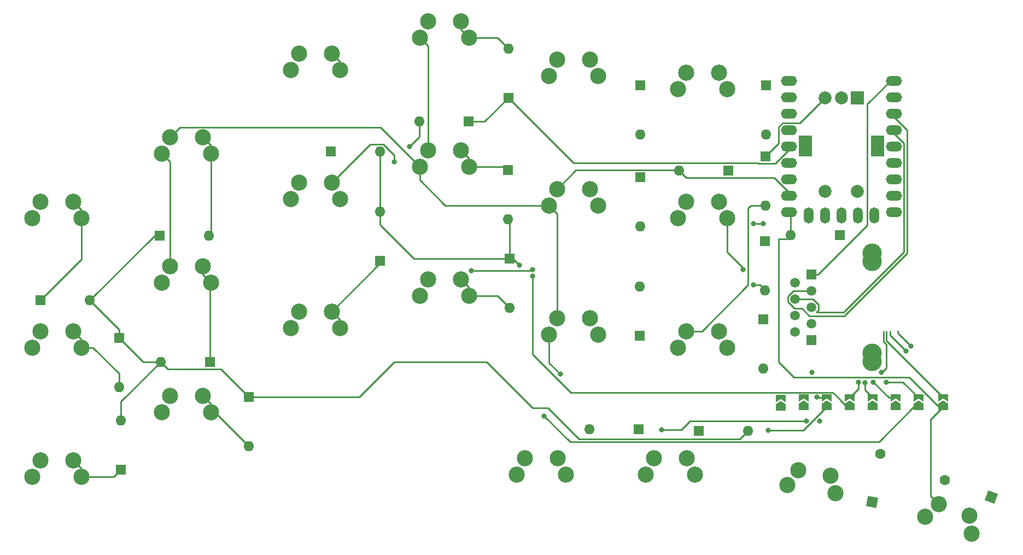
<source format=gbr>
%TF.GenerationSoftware,KiCad,Pcbnew,8.0.3*%
%TF.CreationDate,2024-07-09T07:59:51-07:00*%
%TF.ProjectId,Custom_KB_V1,43757374-6f6d-45f4-9b42-5f56312e6b69,rev?*%
%TF.SameCoordinates,Original*%
%TF.FileFunction,Copper,L2,Bot*%
%TF.FilePolarity,Positive*%
%FSLAX46Y46*%
G04 Gerber Fmt 4.6, Leading zero omitted, Abs format (unit mm)*
G04 Created by KiCad (PCBNEW 8.0.3) date 2024-07-09 07:59:51*
%MOMM*%
%LPD*%
G01*
G04 APERTURE LIST*
G04 Aperture macros list*
%AMHorizOval*
0 Thick line with rounded ends*
0 $1 width*
0 $2 $3 position (X,Y) of the first rounded end (center of the circle)*
0 $4 $5 position (X,Y) of the second rounded end (center of the circle)*
0 Add line between two ends*
20,1,$1,$2,$3,$4,$5,0*
0 Add two circle primitives to create the rounded ends*
1,1,$1,$2,$3*
1,1,$1,$4,$5*%
%AMRotRect*
0 Rectangle, with rotation*
0 The origin of the aperture is its center*
0 $1 length*
0 $2 width*
0 $3 Rotation angle, in degrees counterclockwise*
0 Add horizontal line*
21,1,$1,$2,0,0,$3*%
%AMFreePoly0*
4,1,6,1.000000,0.000000,0.500000,-0.750000,-0.500000,-0.750000,-0.500000,0.750000,0.500000,0.750000,1.000000,0.000000,1.000000,0.000000,$1*%
%AMFreePoly1*
4,1,6,0.500000,-0.750000,-0.650000,-0.750000,-0.150000,0.000000,-0.650000,0.750000,0.500000,0.750000,0.500000,-0.750000,0.500000,-0.750000,$1*%
G04 Aperture macros list end*
%TA.AperFunction,ComponentPad*%
%ADD10C,2.500000*%
%TD*%
%TA.AperFunction,ComponentPad*%
%ADD11R,1.600000X1.600000*%
%TD*%
%TA.AperFunction,ComponentPad*%
%ADD12O,1.600000X1.600000*%
%TD*%
%TA.AperFunction,ComponentPad*%
%ADD13R,1.500000X1.500000*%
%TD*%
%TA.AperFunction,ComponentPad*%
%ADD14C,1.500000*%
%TD*%
%TA.AperFunction,ComponentPad*%
%ADD15C,3.000000*%
%TD*%
%TA.AperFunction,ComponentPad*%
%ADD16O,2.500000X1.500000*%
%TD*%
%TA.AperFunction,ComponentPad*%
%ADD17O,1.500000X2.500000*%
%TD*%
%TA.AperFunction,ComponentPad*%
%ADD18R,2.000000X2.000000*%
%TD*%
%TA.AperFunction,ComponentPad*%
%ADD19C,2.000000*%
%TD*%
%TA.AperFunction,ComponentPad*%
%ADD20R,2.000000X3.200000*%
%TD*%
%TA.AperFunction,ComponentPad*%
%ADD21RotRect,1.600000X1.600000X80.000000*%
%TD*%
%TA.AperFunction,ComponentPad*%
%ADD22HorizOval,1.600000X0.000000X0.000000X0.000000X0.000000X0*%
%TD*%
%TA.AperFunction,ComponentPad*%
%ADD23RotRect,1.600000X1.600000X160.000000*%
%TD*%
%TA.AperFunction,ComponentPad*%
%ADD24HorizOval,1.600000X0.000000X0.000000X0.000000X0.000000X0*%
%TD*%
%TA.AperFunction,SMDPad,CuDef*%
%ADD25FreePoly0,90.000000*%
%TD*%
%TA.AperFunction,SMDPad,CuDef*%
%ADD26FreePoly1,90.000000*%
%TD*%
%TA.AperFunction,ViaPad*%
%ADD27C,0.800000*%
%TD*%
%TA.AperFunction,Conductor*%
%ADD28C,0.250000*%
%TD*%
G04 APERTURE END LIST*
D10*
%TO.P,K17,1,1*%
%TO.N,Col4*%
X58274022Y-97777025D03*
X59544022Y-95237025D03*
%TO.P,K17,2,2*%
%TO.N,Net-(D17-A)*%
X64624022Y-95237025D03*
X65894022Y-97777025D03*
%TD*%
%TO.P,K1,1,1*%
%TO.N,Col4*%
X158274022Y-57777025D03*
X159544022Y-55237025D03*
%TO.P,K1,2,2*%
%TO.N,Net-(D1-K)*%
X164624022Y-55237025D03*
X165894022Y-57777025D03*
%TD*%
D11*
%TO.P,D12,1,K*%
%TO.N,Net-(D12-K)*%
X161422223Y-110704386D03*
D12*
%TO.P,D12,2,A*%
%TO.N,Row3*%
X169042223Y-110704386D03*
%TD*%
D10*
%TO.P,K21,1,1*%
%TO.N,Col1*%
X153274022Y-117497025D03*
X154544022Y-114957025D03*
%TO.P,K21,2,2*%
%TO.N,Net-(D12-K)*%
X159624022Y-114957025D03*
X160894022Y-117497025D03*
%TD*%
D11*
%TO.P,D14,1,K*%
%TO.N,Net-(D14-K)*%
X104476270Y-67407129D03*
D12*
%TO.P,D14,2,A*%
%TO.N,Row2*%
X112096270Y-67407129D03*
%TD*%
D10*
%TO.P,K20,1,1*%
%TO.N,Col1*%
X175157295Y-119051110D03*
X176849067Y-116770232D03*
%TO.P,K20,2,2*%
%TO.N,Net-(D18-K)*%
X181851892Y-117652364D03*
X182661531Y-120374310D03*
%TD*%
D11*
%TO.P,D10,1,K*%
%TO.N,Net-(D10-K)*%
X85725000Y-100012500D03*
D12*
%TO.P,D10,2,A*%
%TO.N,Row3*%
X78105000Y-100012500D03*
%TD*%
D10*
%TO.P,K6,1,1*%
%TO.N,Col2*%
X138274022Y-95777025D03*
X139544022Y-93237025D03*
%TO.P,K6,2,2*%
%TO.N,Net-(D6-K)*%
X144624022Y-93237025D03*
X145894022Y-95777025D03*
%TD*%
%TO.P,K14,1,1*%
%TO.N,Col2*%
X78274022Y-87777025D03*
X79544022Y-85237025D03*
%TO.P,K14,2,2*%
%TO.N,Net-(D10-K)*%
X84624022Y-85237025D03*
X85894022Y-87777025D03*
%TD*%
D11*
%TO.P,D11,1,K*%
%TO.N,Row2*%
X125845081Y-62779299D03*
D12*
%TO.P,D11,2,A*%
%TO.N,Net-(D11-A)*%
X118225081Y-62779299D03*
%TD*%
D10*
%TO.P,K3,1,1*%
%TO.N,Col3*%
X158273750Y-97790000D03*
X159543750Y-95250000D03*
%TO.P,K3,2,2*%
%TO.N,Net-(D3-A)*%
X164623750Y-95250000D03*
X165893750Y-97790000D03*
%TD*%
%TO.P,K11,1,1*%
%TO.N,Col4*%
X98274022Y-74777025D03*
X99544022Y-72237025D03*
%TO.P,K11,2,2*%
%TO.N,Net-(D11-A)*%
X104624022Y-72237025D03*
X105894022Y-74777025D03*
%TD*%
%TO.P,K19,1,1*%
%TO.N,Col1*%
X196539756Y-124002739D03*
X198601899Y-122050286D03*
%TO.P,K19,2,2*%
%TO.N,Net-(D19-K)*%
X203375539Y-123787749D03*
X203700215Y-126608933D03*
%TD*%
D11*
%TO.P,D2,1,K*%
%TO.N,Row1*%
X171738933Y-81328564D03*
D12*
%TO.P,D2,2,A*%
%TO.N,Net-(D2-A)*%
X171738933Y-88948564D03*
%TD*%
D10*
%TO.P,K2,1,1*%
%TO.N,Col4*%
X158274022Y-77777025D03*
X159544022Y-75237025D03*
%TO.P,K2,2,2*%
%TO.N,Net-(D2-A)*%
X164624022Y-75237025D03*
X165894022Y-77777025D03*
%TD*%
%TO.P,K15,1,1*%
%TO.N,Col3*%
X78274022Y-107777025D03*
X79544022Y-105237025D03*
%TO.P,K15,2,2*%
%TO.N,Net-(D15-A)*%
X84624022Y-105237025D03*
X85894022Y-107777025D03*
%TD*%
%TO.P,K9,1,1*%
%TO.N,Col3*%
X118274022Y-89777025D03*
X119544022Y-87237025D03*
%TO.P,K9,2,2*%
%TO.N,Net-(D9-A)*%
X124624022Y-87237025D03*
X125894022Y-89777025D03*
%TD*%
D11*
%TO.P,D25,1,K*%
%TO.N,Row1*%
X152155682Y-110415453D03*
D12*
%TO.P,D25,2,A*%
%TO.N,Net-(D25-A)*%
X144535682Y-110415453D03*
%TD*%
D11*
%TO.P,D1,1,K*%
%TO.N,Net-(D1-K)*%
X171863807Y-57150000D03*
D12*
%TO.P,D1,2,A*%
%TO.N,Row1*%
X171863807Y-64770000D03*
%TD*%
D11*
%TO.P,D7,1,K*%
%TO.N,Row2*%
X131980016Y-59102748D03*
D12*
%TO.P,D7,2,A*%
%TO.N,Net-(D7-A)*%
X131980016Y-51482748D03*
%TD*%
D10*
%TO.P,K10,1,1*%
%TO.N,Col3*%
X98274022Y-54777025D03*
X99544022Y-52237025D03*
%TO.P,K10,2,2*%
%TO.N,Net-(D14-K)*%
X104624022Y-52237025D03*
X105894022Y-54777025D03*
%TD*%
%TO.P,K5,1,1*%
%TO.N,Col2*%
X138258759Y-75771514D03*
X139528759Y-73231514D03*
%TO.P,K5,2,2*%
%TO.N,Net-(D5-A)*%
X144608759Y-73231514D03*
X145878759Y-75771514D03*
%TD*%
D11*
%TO.P,D17,1,K*%
%TO.N,Row3*%
X71711739Y-96268613D03*
D12*
%TO.P,D17,2,A*%
%TO.N,Net-(D17-A)*%
X71711739Y-103888613D03*
%TD*%
D10*
%TO.P,K13,1,1*%
%TO.N,Col2*%
X78274022Y-67777025D03*
X79544022Y-65237025D03*
%TO.P,K13,2,2*%
%TO.N,Net-(D13-A)*%
X84624022Y-65237025D03*
X85894022Y-67777025D03*
%TD*%
D11*
%TO.P,D22,1,K*%
%TO.N,Net-(D22-K)*%
X165995772Y-70349102D03*
D12*
%TO.P,D22,2,A*%
%TO.N,Col2*%
X158375772Y-70349102D03*
%TD*%
D13*
%TO.P,J2-Right1,1*%
%TO.N,R-Row4*%
X178872538Y-96642984D03*
D14*
%TO.P,J2-Right1,2*%
%TO.N,R-Row3*%
X176332538Y-95372984D03*
%TO.P,J2-Right1,3*%
%TO.N,R-Row2*%
X178872538Y-94102984D03*
%TO.P,J2-Right1,4*%
%TO.N,R-Row1*%
X176332538Y-92832984D03*
%TO.P,J2-Right1,5*%
%TO.N,R-Col4*%
X178872538Y-91562984D03*
%TO.P,J2-Right1,6*%
%TO.N,R-Col3*%
X176332538Y-90292984D03*
%TO.P,J2-Right1,7*%
%TO.N,R-Col2*%
X178872538Y-89022984D03*
%TO.P,J2-Right1,8*%
%TO.N,R-Col1*%
X176332538Y-87752984D03*
D15*
%TO.P,J2-Right1,SH*%
%TO.N,GND*%
X188272538Y-99967984D03*
X188272538Y-84427984D03*
%TD*%
D11*
%TO.P,D8,1,K*%
%TO.N,Net-(D8-K)*%
X59531250Y-90487500D03*
D12*
%TO.P,D8,2,A*%
%TO.N,Row3*%
X67151250Y-90487500D03*
%TD*%
D10*
%TO.P,K22,1,1*%
%TO.N,Col1*%
X133274022Y-117497025D03*
X134544022Y-114957025D03*
%TO.P,K22,2,2*%
%TO.N,Net-(D25-A)*%
X139624022Y-114957025D03*
X140894022Y-117497025D03*
%TD*%
D11*
%TO.P,D6,1,K*%
%TO.N,Net-(D6-K)*%
X152331657Y-95925484D03*
D12*
%TO.P,D6,2,A*%
%TO.N,Row1*%
X152331657Y-88305484D03*
%TD*%
D11*
%TO.P,D9,1,K*%
%TO.N,Row2*%
X132172638Y-84032621D03*
D12*
%TO.P,D9,2,A*%
%TO.N,Net-(D9-A)*%
X132172638Y-91652621D03*
%TD*%
D11*
%TO.P,D23,1,K*%
%TO.N,Net-(D23-K)*%
X171811166Y-68146600D03*
D12*
%TO.P,D23,2,A*%
%TO.N,Col3*%
X171811166Y-75766600D03*
%TD*%
D10*
%TO.P,K7,1,1*%
%TO.N,Col2*%
X118274022Y-49777025D03*
X119544022Y-47237025D03*
%TO.P,K7,2,2*%
%TO.N,Net-(D7-A)*%
X124624022Y-47237025D03*
X125894022Y-49777025D03*
%TD*%
D11*
%TO.P,D13,1,K*%
%TO.N,Row3*%
X78000934Y-80456866D03*
D12*
%TO.P,D13,2,A*%
%TO.N,Net-(D13-A)*%
X85620934Y-80456866D03*
%TD*%
D11*
%TO.P,D20,1,K*%
%TO.N,Net-(D20-K)*%
X71962312Y-116719202D03*
D12*
%TO.P,D20,2,A*%
%TO.N,Row3*%
X71962312Y-109099202D03*
%TD*%
D16*
%TO.P,U1,1,0*%
%TO.N,R-Col1*%
X191647772Y-56477748D03*
%TO.P,U1,2,1*%
%TO.N,R-Col2*%
X191647772Y-59017748D03*
%TO.P,U1,3,2*%
%TO.N,R-Col3*%
X191647772Y-61557748D03*
%TO.P,U1,4,3*%
%TO.N,R-Col4*%
X191647772Y-64097748D03*
%TO.P,U1,5,4*%
%TO.N,R-Row1*%
X191647772Y-66637748D03*
%TO.P,U1,6,5*%
%TO.N,R-Row2*%
X191647772Y-69177748D03*
%TO.P,U1,7,6*%
%TO.N,R-Row3*%
X191647772Y-71717748D03*
%TO.P,U1,8,7*%
%TO.N,R-Row4*%
X191647772Y-74257748D03*
%TO.P,U1,9,8*%
%TO.N,Row4*%
X191647772Y-76797748D03*
D17*
%TO.P,U1,10,9*%
%TO.N,unconnected-(U1-9-Pad10)*%
X188607772Y-77297748D03*
%TO.P,U1,11,10*%
%TO.N,unconnected-(U1-10-Pad11)*%
X186067772Y-77297748D03*
%TO.P,U1,12,11*%
%TO.N,unconnected-(U1-11-Pad12)*%
X183527772Y-77297748D03*
%TO.P,U1,13,12*%
%TO.N,unconnected-(U1-12-Pad13)*%
X180987772Y-77297748D03*
%TO.P,U1,14,13*%
%TO.N,Col4*%
X178447772Y-77297748D03*
D16*
%TO.P,U1,15,14*%
%TO.N,Col1*%
X175407772Y-76797748D03*
%TO.P,U1,16,15*%
%TO.N,Col2*%
X175407772Y-74257748D03*
%TO.P,U1,17,26*%
%TO.N,Col3*%
X175407772Y-71717748D03*
%TO.P,U1,18,27*%
%TO.N,Row1*%
X175407772Y-69177748D03*
%TO.P,U1,19,28*%
%TO.N,Row2*%
X175407772Y-66637748D03*
%TO.P,U1,20,29*%
%TO.N,Row3*%
X175407772Y-64097748D03*
%TO.P,U1,21,3V3*%
%TO.N,unconnected-(U1-3V3-Pad21)*%
X175407772Y-61557748D03*
%TO.P,U1,22,GND*%
%TO.N,GND*%
X175407772Y-59017748D03*
%TO.P,U1,23,5V*%
%TO.N,unconnected-(U1-5V-Pad23)*%
X175407772Y-56477748D03*
%TD*%
D18*
%TO.P,SW1,A,A*%
%TO.N,Net-(D22-K)*%
X186030307Y-59083245D03*
D19*
%TO.P,SW1,B,B*%
%TO.N,Net-(D23-K)*%
X181030307Y-59083245D03*
%TO.P,SW1,C,C*%
%TO.N,Row4*%
X183530307Y-59083245D03*
D20*
%TO.P,SW1,MP*%
%TO.N,N/C*%
X189130307Y-66583245D03*
X177930307Y-66583245D03*
D19*
%TO.P,SW1,S1,S1*%
%TO.N,Net-(D24-K)*%
X181030307Y-73583245D03*
%TO.P,SW1,S2,S2*%
%TO.N,Row4*%
X186030307Y-73583245D03*
%TD*%
D10*
%TO.P,K12,1,1*%
%TO.N,Col4*%
X98274022Y-94777025D03*
X99544022Y-92237025D03*
%TO.P,K12,2,2*%
%TO.N,Net-(D21-K)*%
X104624022Y-92237025D03*
X105894022Y-94777025D03*
%TD*%
%TO.P,K16,1,1*%
%TO.N,Col3*%
X58274022Y-77777025D03*
X59544022Y-75237025D03*
%TO.P,K16,2,2*%
%TO.N,Net-(D8-K)*%
X64624022Y-75237025D03*
X65894022Y-77777025D03*
%TD*%
%TO.P,K4,1,1*%
%TO.N,Col3*%
X138291647Y-55777025D03*
X139561647Y-53237025D03*
%TO.P,K4,2,2*%
%TO.N,Net-(D4-K)*%
X144641647Y-53237025D03*
X145911647Y-55777025D03*
%TD*%
%TO.P,K8,1,1*%
%TO.N,Col2*%
X118274022Y-69777025D03*
X119544022Y-67237025D03*
%TO.P,K8,2,2*%
%TO.N,Net-(D16-K)*%
X124624022Y-67237025D03*
X125894022Y-69777025D03*
%TD*%
D11*
%TO.P,D15,1,K*%
%TO.N,Row3*%
X91739543Y-105401021D03*
D12*
%TO.P,D15,2,A*%
%TO.N,Net-(D15-A)*%
X91739543Y-113021021D03*
%TD*%
D11*
%TO.P,D24,1,K*%
%TO.N,Net-(D24-K)*%
X183288095Y-80341376D03*
D12*
%TO.P,D24,2,A*%
%TO.N,Col1*%
X175668095Y-80341376D03*
%TD*%
D11*
%TO.P,D3,1,K*%
%TO.N,Row1*%
X171430407Y-93447848D03*
D12*
%TO.P,D3,2,A*%
%TO.N,Net-(D3-A)*%
X171430407Y-101067848D03*
%TD*%
D11*
%TO.P,D4,1,K*%
%TO.N,Net-(D4-K)*%
X152400000Y-57150000D03*
D12*
%TO.P,D4,2,A*%
%TO.N,Row1*%
X152400000Y-64770000D03*
%TD*%
D21*
%TO.P,D18,1,K*%
%TO.N,Net-(D18-K)*%
X188273357Y-121721107D03*
D22*
%TO.P,D18,2,A*%
%TO.N,Row2*%
X189596550Y-114216870D03*
%TD*%
D10*
%TO.P,K18,1,1*%
%TO.N,Col4*%
X58274022Y-117777025D03*
X59544022Y-115237025D03*
%TO.P,K18,2,2*%
%TO.N,Net-(D20-K)*%
X64624022Y-115237025D03*
X65894022Y-117777025D03*
%TD*%
D11*
%TO.P,D5,1,K*%
%TO.N,Row1*%
X152400000Y-71437500D03*
D12*
%TO.P,D5,2,A*%
%TO.N,Net-(D5-A)*%
X152400000Y-79057500D03*
%TD*%
D23*
%TO.P,D19,1,K*%
%TO.N,Net-(D19-K)*%
X206756978Y-120913360D03*
D24*
%TO.P,D19,2,A*%
%TO.N,Row1*%
X199596518Y-118307167D03*
%TD*%
D11*
%TO.P,D21,1,K*%
%TO.N,Net-(D21-K)*%
X112133000Y-84326246D03*
D12*
%TO.P,D21,2,A*%
%TO.N,Row2*%
X112133000Y-76706246D03*
%TD*%
D11*
%TO.P,D16,1,K*%
%TO.N,Net-(D16-K)*%
X131915129Y-70292785D03*
D12*
%TO.P,D16,2,A*%
%TO.N,Row2*%
X131915129Y-77912785D03*
%TD*%
D25*
%TO.P,JP1,1,A*%
%TO.N,Col1*%
X199324718Y-106951795D03*
D26*
%TO.P,JP1,2,B*%
%TO.N,R-Col1*%
X199324718Y-105501797D03*
%TD*%
D25*
%TO.P,JP2,1,A*%
%TO.N,Col2*%
X195499908Y-107000315D03*
D26*
%TO.P,JP2,2,B*%
%TO.N,R-Col2*%
X195499908Y-105550317D03*
%TD*%
D25*
%TO.P,JP4,1,A*%
%TO.N,Row1*%
X188399908Y-107000315D03*
D26*
%TO.P,JP4,2,B*%
%TO.N,R-Row1*%
X188399908Y-105550317D03*
%TD*%
D25*
%TO.P,JP7,1,A*%
%TO.N,Row4*%
X177749908Y-107000315D03*
D26*
%TO.P,JP7,2,B*%
%TO.N,R-Row4*%
X177749908Y-105550317D03*
%TD*%
D25*
%TO.P,JP8,1,A*%
%TO.N,Col4*%
X174130805Y-107047656D03*
D26*
%TO.P,JP8,2,B*%
%TO.N,R-Col4*%
X174130805Y-105597658D03*
%TD*%
D25*
%TO.P,JP6,1,A*%
%TO.N,Row3*%
X181299908Y-107000315D03*
D26*
%TO.P,JP6,2,B*%
%TO.N,R-Row2*%
X181299908Y-105550317D03*
%TD*%
D25*
%TO.P,JP5,1,A*%
%TO.N,Row2*%
X184849908Y-107000315D03*
D26*
%TO.P,JP5,2,B*%
%TO.N,R-Row3*%
X184849908Y-105550317D03*
%TD*%
D13*
%TO.P,J1-Left1,1*%
%TO.N,R-Col1*%
X178886188Y-86488219D03*
D14*
%TO.P,J1-Left1,2*%
%TO.N,R-Col2*%
X176346188Y-87758219D03*
%TO.P,J1-Left1,3*%
%TO.N,R-Col3*%
X178886188Y-89028219D03*
%TO.P,J1-Left1,4*%
%TO.N,R-Col4*%
X176346188Y-90298219D03*
%TO.P,J1-Left1,5*%
%TO.N,R-Row1*%
X178886188Y-91568219D03*
%TO.P,J1-Left1,6*%
%TO.N,R-Row2*%
X176346188Y-92838219D03*
%TO.P,J1-Left1,7*%
%TO.N,R-Row3*%
X178886188Y-94108219D03*
%TO.P,J1-Left1,8*%
%TO.N,R-Row4*%
X176346188Y-95378219D03*
D15*
%TO.P,J1-Left1,SH*%
%TO.N,GND*%
X188286188Y-83163219D03*
X188286188Y-98703219D03*
%TD*%
D25*
%TO.P,JP3,1,A*%
%TO.N,Col3*%
X191949908Y-107000315D03*
D26*
%TO.P,JP3,2,B*%
%TO.N,R-Col3*%
X191949908Y-105550317D03*
%TD*%
D27*
%TO.N,Col2*%
X140022219Y-101922219D03*
X137534273Y-108368261D03*
%TO.N,R-Row2*%
X179703949Y-105445317D03*
%TO.N,R-Row3*%
X179015238Y-101668750D03*
X186210716Y-103118750D03*
%TO.N,R-Row1*%
X189775000Y-101668750D03*
X187205076Y-103224830D03*
%TO.N,R-Col3*%
X194267991Y-97603775D03*
X188488341Y-103118750D03*
%TO.N,R-Col2*%
X193560883Y-98310883D03*
X190500000Y-103118750D03*
%TO.N,Row2*%
X135731250Y-86725003D03*
X133657774Y-85007468D03*
%TO.N,Net-(D11-A)*%
X116681250Y-66675000D03*
X114300000Y-69056250D03*
%TO.N,Col3*%
X126206250Y-85882621D03*
%TO.N,Net-(D2-A)*%
X169888933Y-88106250D03*
X168343750Y-85725000D03*
%TO.N,Col4*%
X169961166Y-78581250D03*
X171450000Y-78581250D03*
%TO.N,Row1*%
X180193791Y-109131737D03*
X178144637Y-109130281D03*
X155667442Y-110476093D03*
%TO.N,Row3*%
X172200896Y-110640179D03*
%TO.N,Col3*%
X135731250Y-85725000D03*
%TD*%
D28*
%TO.N,R-Col1*%
X187532772Y-60092748D02*
X191147772Y-56477748D01*
X187532772Y-78841635D02*
X187532772Y-60092748D01*
X179886188Y-86488219D02*
X187532772Y-78841635D01*
X178886188Y-86488219D02*
X179886188Y-86488219D01*
%TO.N,Col2*%
X138274022Y-100174022D02*
X138274022Y-95777025D01*
X140022219Y-101922219D02*
X138274022Y-100174022D01*
X189376473Y-112368750D02*
X141534762Y-112368750D01*
X141534762Y-112368750D02*
X137534273Y-108368261D01*
X194744908Y-107000315D02*
X189376473Y-112368750D01*
X195499908Y-107000315D02*
X194744908Y-107000315D01*
%TO.N,R-Row2*%
X179808949Y-105550317D02*
X179703949Y-105445317D01*
X181299908Y-105550317D02*
X179808949Y-105550317D01*
%TO.N,R-Row3*%
X186210716Y-104189509D02*
X186210716Y-103118750D01*
X184849908Y-105550317D02*
X186210716Y-104189509D01*
X179015238Y-101668750D02*
X178886188Y-101539700D01*
%TO.N,R-Row1*%
X190050000Y-96863475D02*
X190050000Y-95250000D01*
X190500000Y-97313475D02*
X190050000Y-96863475D01*
X190500000Y-100983870D02*
X190500000Y-97313475D01*
X189815120Y-101668750D02*
X190500000Y-100983870D01*
X189775000Y-101668750D02*
X189815120Y-101668750D01*
X187205076Y-104355485D02*
X187205076Y-103224830D01*
X188399908Y-105550317D02*
X187205076Y-104355485D01*
%TO.N,R-Col3*%
X192234523Y-95570307D02*
X192234523Y-95216905D01*
X194267991Y-97603775D02*
X192234523Y-95570307D01*
X190919908Y-105550317D02*
X188488341Y-103118750D01*
X191949908Y-105550317D02*
X190919908Y-105550317D01*
%TO.N,R-Col2*%
X191080799Y-95830799D02*
X191080799Y-95242553D01*
X193560883Y-98310883D02*
X191080799Y-95830799D01*
X193068341Y-103118750D02*
X190500000Y-103118750D01*
X195499908Y-105550317D02*
X193068341Y-103118750D01*
%TO.N,R-Col1*%
X190500000Y-96677079D02*
X190500000Y-95250000D01*
X199324718Y-105501797D02*
X190500000Y-96677079D01*
%TO.N,R-Col3*%
X175271188Y-89852939D02*
X176095908Y-89028219D01*
X176095908Y-89028219D02*
X178886188Y-89028219D01*
X175271188Y-90743499D02*
X175271188Y-89852939D01*
X176290908Y-91763219D02*
X175271188Y-90743499D01*
X177488219Y-91763219D02*
X176290908Y-91763219D01*
X178593750Y-92868750D02*
X177488219Y-91763219D01*
%TO.N,R-Col4*%
X179136468Y-90298219D02*
X176346188Y-90298219D01*
X179961188Y-91122939D02*
X179136468Y-90298219D01*
X179647355Y-92327332D02*
X179961188Y-92013499D01*
X179961188Y-92013499D02*
X179961188Y-91122939D01*
%TO.N,R-Col3*%
X183992646Y-92868750D02*
X178593750Y-92868750D01*
X193672772Y-83188624D02*
X183992646Y-92868750D01*
X193672772Y-64082748D02*
X193672772Y-83188624D01*
X191147772Y-61557748D02*
X193672772Y-64082748D01*
%TO.N,R-Col4*%
X183897668Y-92327332D02*
X179647355Y-92327332D01*
X193222772Y-83002228D02*
X183897668Y-92327332D01*
X191147772Y-64097748D02*
X193222772Y-66172748D01*
X193222772Y-66172748D02*
X193222772Y-83002228D01*
%TO.N,Row2*%
X184433352Y-107000315D02*
X184849908Y-107000315D01*
X183356250Y-105889967D02*
X183356250Y-105923213D01*
X183356250Y-105923213D02*
X184433352Y-107000315D01*
X182186600Y-104720317D02*
X183356250Y-105889967D01*
X141639547Y-104720317D02*
X182186600Y-104720317D01*
X135731250Y-98812020D02*
X141639547Y-104720317D01*
X135731250Y-86725003D02*
X135731250Y-98812020D01*
X132682927Y-84032621D02*
X133657774Y-85007468D01*
X132172638Y-84032621D02*
X132682927Y-84032621D01*
%TO.N,Net-(D11-A)*%
X110578918Y-66282129D02*
X104624022Y-72237025D01*
X114300000Y-69056250D02*
X114300000Y-68019868D01*
X114300000Y-68019868D02*
X112562261Y-66282129D01*
X112562261Y-66282129D02*
X110578918Y-66282129D01*
X118225081Y-65131169D02*
X116681250Y-66675000D01*
X118225081Y-62779299D02*
X118225081Y-65131169D01*
%TO.N,Row2*%
X112133000Y-67443859D02*
X112096270Y-67407129D01*
X112133000Y-76706246D02*
X112133000Y-67443859D01*
X128303465Y-62779299D02*
X131980016Y-59102748D01*
X125845081Y-62779299D02*
X128303465Y-62779299D01*
%TO.N,Net-(D21-K)*%
X112133000Y-84728047D02*
X112133000Y-84326246D01*
X104624022Y-92237025D02*
X112133000Y-84728047D01*
X104624022Y-92237025D02*
X105894022Y-93507025D01*
X105894022Y-93507025D02*
X105894022Y-94777025D01*
%TO.N,Row3*%
X167827859Y-111918750D02*
X169042223Y-110704386D01*
X142875000Y-111918750D02*
X167827859Y-111918750D01*
X138112500Y-107156250D02*
X142875000Y-111918750D01*
X135731250Y-107156250D02*
X138112500Y-107156250D01*
X114300000Y-100012500D02*
X128587500Y-100012500D01*
X128587500Y-100012500D02*
X135731250Y-107156250D01*
X108911479Y-105401021D02*
X114300000Y-100012500D01*
X91739543Y-105401021D02*
X108911479Y-105401021D01*
%TO.N,Net-(D10-K)*%
X84624022Y-86507025D02*
X84624022Y-85237025D01*
X85894022Y-87777025D02*
X84624022Y-86507025D01*
X85725000Y-87946047D02*
X85894022Y-87777025D01*
X85725000Y-100012500D02*
X85725000Y-87946047D01*
%TO.N,Row3*%
X77181884Y-80456866D02*
X78000934Y-80456866D01*
X67151250Y-90487500D02*
X77181884Y-80456866D01*
X71711739Y-95047989D02*
X67151250Y-90487500D01*
X71711739Y-96268613D02*
X71711739Y-95047989D01*
X87476022Y-101137500D02*
X91739543Y-105401021D01*
X79230000Y-101137500D02*
X87476022Y-101137500D01*
X78105000Y-100012500D02*
X79230000Y-101137500D01*
X75455626Y-100012500D02*
X71711739Y-96268613D01*
X78105000Y-100012500D02*
X75455626Y-100012500D01*
X71962312Y-106155188D02*
X78105000Y-100012500D01*
X71962312Y-109099202D02*
X71962312Y-106155188D01*
%TO.N,Col3*%
X135573629Y-85882621D02*
X135731250Y-85725000D01*
X126206250Y-85882621D02*
X135573629Y-85882621D01*
%TO.N,Net-(D2-A)*%
X170896619Y-88106250D02*
X171738933Y-88948564D01*
X169888933Y-88106250D02*
X170896619Y-88106250D01*
X165894022Y-83000272D02*
X168343750Y-85450000D01*
X168343750Y-85450000D02*
X168343750Y-85725000D01*
X165894022Y-77777025D02*
X165894022Y-83000272D01*
%TO.N,Net-(D14-K)*%
X105894022Y-53507025D02*
X105894022Y-54777025D01*
X104624022Y-52237025D02*
X105894022Y-53507025D01*
%TO.N,Net-(D13-A)*%
X85894022Y-80183778D02*
X85620934Y-80456866D01*
X85894022Y-67777025D02*
X85894022Y-80183778D01*
X85894022Y-66507025D02*
X85894022Y-67777025D01*
X84624022Y-65237025D02*
X85894022Y-66507025D01*
%TO.N,Net-(D8-K)*%
X65894022Y-84124728D02*
X59531250Y-90487500D01*
X65894022Y-77777025D02*
X65894022Y-84124728D01*
X65894022Y-76507025D02*
X65894022Y-77777025D01*
X64624022Y-75237025D02*
X65894022Y-76507025D01*
%TO.N,Net-(D17-A)*%
X71711739Y-101826976D02*
X71711739Y-103888613D01*
X67661788Y-97777025D02*
X71711739Y-101826976D01*
X65894022Y-97777025D02*
X67661788Y-97777025D01*
X65894022Y-96507025D02*
X65894022Y-97777025D01*
X64624022Y-95237025D02*
X65894022Y-96507025D01*
%TO.N,Net-(D20-K)*%
X70904489Y-117777025D02*
X71962312Y-116719202D01*
X65894022Y-117777025D02*
X70904489Y-117777025D01*
X64624022Y-115237025D02*
X65894022Y-116507025D01*
X65894022Y-116507025D02*
X65894022Y-117777025D01*
%TO.N,Net-(D15-A)*%
X86495547Y-107777025D02*
X91739543Y-113021021D01*
X85894022Y-107777025D02*
X86495547Y-107777025D01*
X85894022Y-106507025D02*
X85894022Y-107777025D01*
X84624022Y-105237025D02*
X85894022Y-106507025D01*
%TO.N,Net-(D9-A)*%
X130297042Y-89777025D02*
X132172638Y-91652621D01*
X125894022Y-89777025D02*
X130297042Y-89777025D01*
X125894022Y-88507025D02*
X125894022Y-89777025D01*
X124624022Y-87237025D02*
X125894022Y-88507025D01*
%TO.N,Net-(D16-K)*%
X131399369Y-69777025D02*
X131915129Y-70292785D01*
X125894022Y-69777025D02*
X131399369Y-69777025D01*
X125894022Y-68507025D02*
X125894022Y-69777025D01*
X124624022Y-67237025D02*
X125894022Y-68507025D01*
%TO.N,Net-(D7-A)*%
X130274293Y-49777025D02*
X131980016Y-51482748D01*
X125894022Y-49777025D02*
X130274293Y-49777025D01*
X124624022Y-48507025D02*
X124624022Y-47237025D01*
X125894022Y-49777025D02*
X124624022Y-48507025D01*
%TO.N,Row2*%
X173273920Y-69271600D02*
X175907772Y-66637748D01*
X142101370Y-69224102D02*
X170638668Y-69224102D01*
X131980016Y-59102748D02*
X142101370Y-69224102D01*
X170638668Y-69224102D02*
X170686166Y-69271600D01*
X170686166Y-69271600D02*
X173273920Y-69271600D01*
X132172638Y-78170294D02*
X131915129Y-77912785D01*
X132172638Y-84032621D02*
X132172638Y-78170294D01*
X117370121Y-84032621D02*
X132172638Y-84032621D01*
X112133000Y-76706246D02*
X112133000Y-78795500D01*
X112133000Y-78795500D02*
X117370121Y-84032621D01*
%TO.N,Col4*%
X169961166Y-78581250D02*
X171450000Y-78581250D01*
%TO.N,Col2*%
X173124126Y-71474102D02*
X175907772Y-74257748D01*
X159500772Y-71474102D02*
X173124126Y-71474102D01*
X158375772Y-70349102D02*
X159500772Y-71474102D01*
X79544022Y-69047025D02*
X79544022Y-85237025D01*
X78274022Y-67777025D02*
X79544022Y-69047025D01*
X81119022Y-63662025D02*
X79544022Y-65237025D01*
X112159022Y-63662025D02*
X81119022Y-63662025D01*
X118274022Y-69777025D02*
X112159022Y-63662025D01*
X119544022Y-51047025D02*
X118274022Y-49777025D01*
X119544022Y-67237025D02*
X119544022Y-51047025D01*
X142447773Y-70312500D02*
X158339170Y-70312500D01*
X158339170Y-70312500D02*
X158375772Y-70349102D01*
X139528759Y-73231514D02*
X142447773Y-70312500D01*
X118274022Y-71865782D02*
X118274022Y-69777025D01*
X122179754Y-75771514D02*
X118274022Y-71865782D01*
X138258759Y-75771514D02*
X122179754Y-75771514D01*
X139544022Y-77056777D02*
X138258759Y-75771514D01*
X139544022Y-93237025D02*
X139544022Y-77056777D01*
%TO.N,Col3*%
X169502150Y-75766600D02*
X171811166Y-75766600D01*
X169068750Y-88106250D02*
X169068750Y-76200000D01*
X161925000Y-95250000D02*
X169068750Y-88106250D01*
X159543750Y-95250000D02*
X161925000Y-95250000D01*
X169068750Y-76200000D02*
X169502150Y-75766600D01*
%TO.N,Col1*%
X175668095Y-77037425D02*
X175907772Y-76797748D01*
X175668095Y-80341376D02*
X175668095Y-77037425D01*
X175046971Y-80962500D02*
X175668095Y-80341376D01*
X173831250Y-80962500D02*
X175046971Y-80962500D01*
X173831250Y-100012500D02*
X173831250Y-80962500D01*
X176212500Y-102393750D02*
X173831250Y-100012500D01*
X194060033Y-102393750D02*
X176212500Y-102393750D01*
X198618078Y-106951795D02*
X194060033Y-102393750D01*
X199324718Y-106951795D02*
X198618078Y-106951795D01*
X197351900Y-108924613D02*
X199324718Y-106951795D01*
X197351900Y-120800287D02*
X197351900Y-108924613D01*
X198601899Y-122050286D02*
X197351900Y-120800287D01*
%TO.N,Row1*%
X160131236Y-109130281D02*
X178144637Y-109130281D01*
X158785424Y-110476093D02*
X160131236Y-109130281D01*
X155667442Y-110476093D02*
X158785424Y-110476093D01*
X152436602Y-71474102D02*
X152400000Y-71437500D01*
%TO.N,Net-(D23-K)*%
X171811166Y-68146600D02*
X173832772Y-66124994D01*
X173832772Y-66124994D02*
X173832772Y-63652468D01*
X174462492Y-63022748D02*
X177090804Y-63022748D01*
X173832772Y-63652468D02*
X174462492Y-63022748D01*
X177090804Y-63022748D02*
X181030307Y-59083245D01*
%TO.N,Row3*%
X172200896Y-110640179D02*
X177660044Y-110640179D01*
X177660044Y-110640179D02*
X181299908Y-107000315D01*
%TD*%
M02*

</source>
